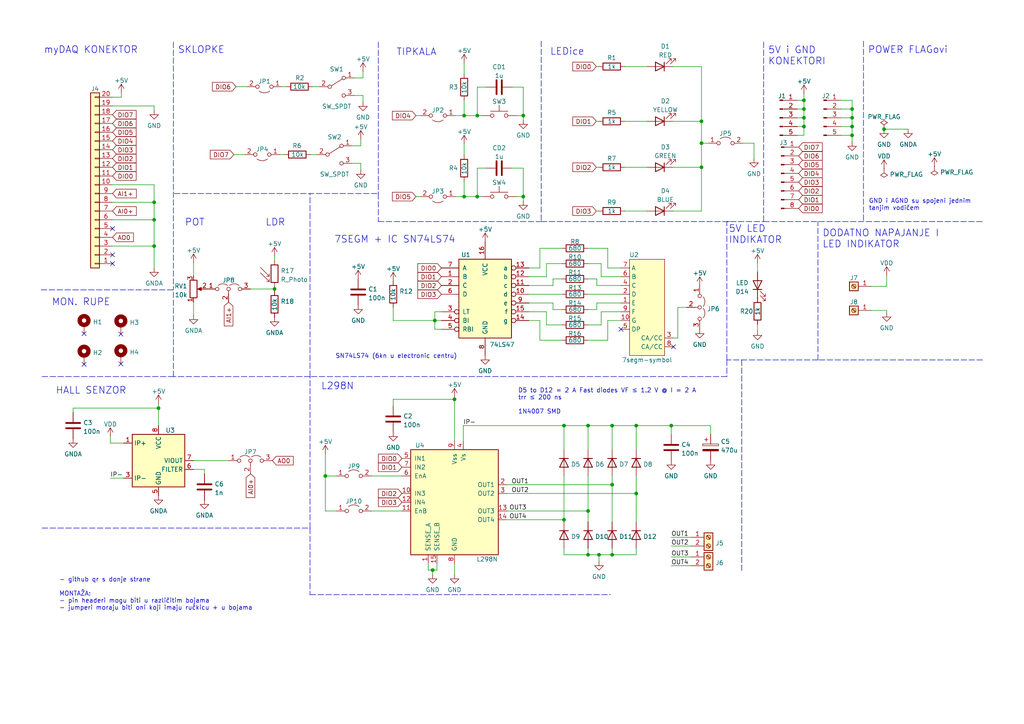
<source format=kicad_sch>
(kicad_sch (version 20211123) (generator eeschema)
  (paper "A4")
  (title_block (title "myDAQExpansionBoard") (date "2022-07-24") (rev "1") (company "TVZ"))
  (junction (at 45.974 118.364))
  (junction (at 177.546 160.909))
  (junction (at 170.561 148.209))
  (junction (at 177.546 140.589))
  (junction (at 131.826 115.824))
  (junction (at 233.172 31.623))
  (junction (at 170.561 160.909))
  (junction (at 170.561 123.444))
  (junction (at 163.576 150.749))
  (junction (at 233.172 29.083))
  (junction (at 184.531 143.129))
  (junction (at 247.142 39.243))
  (junction (at 203.454 41.529))
  (junction (at 247.142 36.703))
  (junction (at 138.43 33.528))
  (junction (at 151.765 57.023))
  (junction (at 125.476 165.354))
  (junction (at 173.736 160.909))
  (junction (at 151.765 33.528))
  (junction (at 94.361 138.049))
  (junction (at 138.43 57.023))
  (junction (at 177.546 123.444))
  (junction (at 79.629 83.82))
  (junction (at 203.454 35.179))
  (junction (at 233.172 36.703))
  (junction (at 203.454 48.514))
  (junction (at 184.531 123.444))
  (junction (at 247.142 34.163))
  (junction (at 256.413 37.465))
  (junction (at 44.704 58.674))
  (junction (at 126.111 92.964))
  (junction (at 44.704 63.754))
  (junction (at 44.704 71.374))
  (junction (at 134.62 33.528))
  (junction (at 163.576 123.444))
  (junction (at 247.142 31.623))
  (junction (at 134.62 57.023))
  (junction (at 194.691 123.444))
  (junction (at 233.172 34.163))
  (no_connect (at 180.086 95.504))
  (no_connect (at 32.639 73.914))
  (no_connect (at 32.639 66.294))
  (no_connect (at 32.639 76.454))
  (no_connect (at 195.326 100.584))
  (no_connect (at 35.052 105.537))
  (no_connect (at 24.384 96.774))
  (no_connect (at 24.384 105.664))
  (no_connect (at 35.052 96.901))
  (wire (pts (xy 114.046 115.824) (xy 114.046 117.729)))
  (wire (pts (xy 44.704 71.374) (xy 44.704 63.754)))
  (wire (pts (xy 203.454 48.514) (xy 203.454 41.529)))
  (wire (pts (xy 132.08 33.528) (xy 134.62 33.528)))
  (wire (pts (xy 149.86 33.528) (xy 151.765 33.528)))
  (wire (pts (xy 218.694 41.529) (xy 215.519 41.529)))
  (wire (pts (xy 148.59 48.768) (xy 151.765 48.768)))
  (wire (pts (xy 94.361 148.209) (xy 97.536 148.209)))
  (wire (pts (xy 120.65 33.528) (xy 121.92 33.528)))
  (wire (pts (xy 243.967 36.703) (xy 247.142 36.703)))
  (wire (pts (xy 56.134 87.63) (xy 56.134 91.44)))
  (wire (pts (xy 172.974 19.304) (xy 173.609 19.304)))
  (wire (pts (xy 56.134 133.604) (xy 66.294 133.604)))
  (wire (pts (xy 68.453 25.146) (xy 71.628 25.146)))
  (polyline (pts (xy 50.292 109.22) (xy 50.292 84.074)))
  (wire (pts (xy 126.111 92.964) (xy 114.046 92.964)))
  (polyline (pts (xy 109.728 12.192) (xy 109.728 56.134)))
  (wire (pts (xy 205.359 41.529) (xy 203.454 41.529)))
  (wire (pts (xy 151.765 48.768) (xy 151.765 57.023)))
  (wire (pts (xy 32.639 28.194) (xy 35.179 28.194)))
  (polyline (pts (xy 210.82 64.262) (xy 211.582 64.262)))
  (polyline (pts (xy 89.916 109.22) (xy 89.916 56.134)))
  (wire (pts (xy 120.65 57.023) (xy 121.92 57.023)))
  (wire (pts (xy 173.101 87.884) (xy 173.101 89.789)))
  (wire (pts (xy 90.043 44.831) (xy 91.948 44.831)))
  (wire (pts (xy 170.561 85.344) (xy 180.086 85.344)))
  (wire (pts (xy 203.454 41.529) (xy 203.454 35.179)))
  (wire (pts (xy 156.591 92.964) (xy 153.416 92.964)))
  (wire (pts (xy 233.172 29.083) (xy 233.172 31.623)))
  (wire (pts (xy 172.974 35.179) (xy 173.609 35.179)))
  (polyline (pts (xy 237.236 104.394) (xy 237.236 64.262)))
  (polyline (pts (xy 237.236 104.394) (xy 210.82 104.394)))
  (wire (pts (xy 81.153 44.831) (xy 82.423 44.831)))
  (polyline (pts (xy 50.546 56.134) (xy 109.728 56.134)))
  (wire (pts (xy 162.941 98.679) (xy 156.591 98.679)))
  (wire (pts (xy 158.496 76.454) (xy 158.496 80.264)))
  (wire (pts (xy 163.576 150.749) (xy 163.576 151.384)))
  (wire (pts (xy 160.401 89.789) (xy 160.401 87.884)))
  (wire (pts (xy 138.43 33.528) (xy 139.7 33.528)))
  (wire (pts (xy 44.704 30.734) (xy 44.704 32.004)))
  (wire (pts (xy 181.229 61.214) (xy 187.579 61.214)))
  (wire (pts (xy 194.691 123.444) (xy 206.121 123.444)))
  (wire (pts (xy 32.639 53.594) (xy 44.704 53.594)))
  (wire (pts (xy 194.691 155.829) (xy 200.406 155.829)))
  (wire (pts (xy 126.111 90.424) (xy 126.111 92.964)))
  (wire (pts (xy 125.476 165.354) (xy 125.476 166.624)))
  (wire (pts (xy 256.413 37.465) (xy 263.398 37.465)))
  (wire (pts (xy 199.136 89.154) (xy 196.596 89.154)))
  (wire (pts (xy 184.531 143.129) (xy 184.531 151.384)))
  (wire (pts (xy 162.941 76.454) (xy 158.496 76.454)))
  (polyline (pts (xy 250.444 11.938) (xy 250.444 64.262)))
  (wire (pts (xy 177.546 123.444) (xy 184.531 123.444)))
  (wire (pts (xy 32.639 63.754) (xy 44.704 63.754)))
  (wire (pts (xy 138.43 48.768) (xy 138.43 57.023)))
  (wire (pts (xy 194.691 161.544) (xy 200.406 161.544)))
  (wire (pts (xy 105.283 29.591) (xy 105.283 27.686)))
  (wire (pts (xy 160.401 87.884) (xy 153.416 87.884)))
  (polyline (pts (xy 12.192 109.22) (xy 50.292 109.22)))
  (wire (pts (xy 176.276 72.009) (xy 170.561 72.009)))
  (wire (pts (xy 194.691 164.084) (xy 200.406 164.084)))
  (wire (pts (xy 177.546 159.004) (xy 177.546 160.909)))
  (wire (pts (xy 170.561 130.429) (xy 170.561 123.444)))
  (wire (pts (xy 170.561 123.444) (xy 177.546 123.444)))
  (wire (pts (xy 134.62 41.783) (xy 134.62 44.958)))
  (wire (pts (xy 105.283 27.686) (xy 102.743 27.686)))
  (wire (pts (xy 44.704 58.674) (xy 44.704 53.594)))
  (wire (pts (xy 156.591 72.009) (xy 156.591 77.724)))
  (wire (pts (xy 59.309 136.144) (xy 59.309 137.414)))
  (wire (pts (xy 233.172 36.703) (xy 233.172 39.243)))
  (wire (pts (xy 163.576 138.049) (xy 163.576 150.749)))
  (polyline (pts (xy 156.972 11.938) (xy 156.972 64.262)))
  (wire (pts (xy 147.066 148.209) (xy 170.561 148.209)))
  (wire (pts (xy 243.967 34.163) (xy 247.142 34.163)))
  (wire (pts (xy 231.267 29.083) (xy 233.172 29.083)))
  (wire (pts (xy 21.209 118.364) (xy 45.974 118.364)))
  (wire (pts (xy 181.229 19.304) (xy 187.579 19.304)))
  (wire (pts (xy 151.765 58.293) (xy 151.765 57.023)))
  (wire (pts (xy 138.43 48.768) (xy 140.97 48.768)))
  (wire (pts (xy 45.974 118.364) (xy 45.974 123.444)))
  (wire (pts (xy 180.086 82.804) (xy 173.101 82.804)))
  (wire (pts (xy 148.59 25.273) (xy 151.765 25.273)))
  (wire (pts (xy 247.142 41.148) (xy 247.142 39.243)))
  (wire (pts (xy 44.704 63.754) (xy 44.704 58.674)))
  (wire (pts (xy 132.08 57.023) (xy 134.62 57.023)))
  (wire (pts (xy 163.576 160.909) (xy 170.561 160.909)))
  (wire (pts (xy 134.62 57.023) (xy 138.43 57.023)))
  (polyline (pts (xy 210.82 104.394) (xy 210.82 64.262)))
  (polyline (pts (xy 284.988 104.394) (xy 237.236 104.394)))
  (wire (pts (xy 32.004 128.524) (xy 32.004 126.619)))
  (wire (pts (xy 174.371 94.234) (xy 170.561 94.234)))
  (wire (pts (xy 131.826 115.189) (xy 131.826 115.824)))
  (wire (pts (xy 134.366 123.444) (xy 163.576 123.444)))
  (wire (pts (xy 173.101 82.804) (xy 173.101 80.899)))
  (wire (pts (xy 184.531 160.909) (xy 184.531 159.004)))
  (wire (pts (xy 243.967 31.623) (xy 247.142 31.623)))
  (wire (pts (xy 180.086 80.264) (xy 174.371 80.264)))
  (polyline (pts (xy 89.916 109.22) (xy 50.292 109.22)))
  (wire (pts (xy 231.267 31.623) (xy 233.172 31.623)))
  (polyline (pts (xy 109.728 56.134) (xy 109.728 64.262)))
  (wire (pts (xy 233.172 31.623) (xy 233.172 34.163)))
  (wire (pts (xy 147.066 150.749) (xy 163.576 150.749)))
  (wire (pts (xy 257.175 83.058) (xy 257.175 79.883)))
  (wire (pts (xy 114.046 89.154) (xy 114.046 92.964)))
  (wire (pts (xy 138.43 25.273) (xy 140.97 25.273)))
  (polyline (pts (xy 109.728 64.262) (xy 156.972 64.262)))
  (wire (pts (xy 162.941 94.234) (xy 158.496 94.234)))
  (wire (pts (xy 153.416 85.344) (xy 162.941 85.344)))
  (wire (pts (xy 79.629 74.295) (xy 79.629 75.565)))
  (wire (pts (xy 231.267 34.163) (xy 233.172 34.163)))
  (wire (pts (xy 170.561 138.049) (xy 170.561 148.209)))
  (wire (pts (xy 203.454 61.214) (xy 203.454 48.514)))
  (wire (pts (xy 107.696 138.049) (xy 116.586 138.049)))
  (wire (pts (xy 233.172 27.178) (xy 233.172 29.083)))
  (wire (pts (xy 196.596 89.154) (xy 196.596 98.044)))
  (wire (pts (xy 151.765 33.528) (xy 151.765 34.798)))
  (wire (pts (xy 158.496 90.424) (xy 153.416 90.424)))
  (wire (pts (xy 94.361 138.049) (xy 97.536 138.049)))
  (wire (pts (xy 138.43 25.273) (xy 138.43 33.528)))
  (wire (pts (xy 160.401 82.804) (xy 153.416 82.804)))
  (polyline (pts (xy 210.82 104.394) (xy 210.82 109.22)))
  (wire (pts (xy 134.62 33.528) (xy 138.43 33.528)))
  (wire (pts (xy 35.814 128.524) (xy 32.004 128.524)))
  (wire (pts (xy 172.974 61.214) (xy 173.609 61.214)))
  (wire (pts (xy 247.142 39.243) (xy 247.142 36.703)))
  (wire (pts (xy 195.199 35.179) (xy 203.454 35.179)))
  (wire (pts (xy 257.175 90.043) (xy 257.175 90.678)))
  (wire (pts (xy 177.546 151.384) (xy 177.546 140.589)))
  (wire (pts (xy 173.101 80.899) (xy 170.561 80.899)))
  (wire (pts (xy 67.818 44.831) (xy 70.993 44.831)))
  (wire (pts (xy 180.086 77.724) (xy 176.276 77.724)))
  (wire (pts (xy 173.736 160.909) (xy 177.546 160.909)))
  (polyline (pts (xy 12.192 153.162) (xy 89.916 153.162)))
  (wire (pts (xy 194.691 158.369) (xy 200.406 158.369)))
  (wire (pts (xy 126.111 95.504) (xy 126.111 92.964)))
  (polyline (pts (xy 89.916 172.466) (xy 177.038 172.466)))
  (wire (pts (xy 134.62 57.023) (xy 134.62 52.578)))
  (wire (pts (xy 32.639 71.374) (xy 44.704 71.374)))
  (wire (pts (xy 102.743 22.606) (xy 105.283 22.606)))
  (polyline (pts (xy 89.916 153.162) (xy 89.916 172.466)))
  (wire (pts (xy 173.101 89.789) (xy 170.561 89.789)))
  (wire (pts (xy 79.629 83.185) (xy 79.629 83.82)))
  (polyline (pts (xy 221.488 12.192) (xy 221.488 64.262)))
  (wire (pts (xy 126.111 92.964) (xy 128.016 92.964)))
  (polyline (pts (xy 221.488 64.262) (xy 284.988 64.262)))
  (wire (pts (xy 156.591 98.679) (xy 156.591 92.964)))
  (wire (pts (xy 163.576 130.429) (xy 163.576 123.444)))
  (wire (pts (xy 177.546 140.589) (xy 177.546 138.049)))
  (wire (pts (xy 163.576 123.444) (xy 170.561 123.444)))
  (wire (pts (xy 32.639 58.674) (xy 44.704 58.674)))
  (wire (pts (xy 158.496 80.264) (xy 153.416 80.264)))
  (wire (pts (xy 219.71 76.327) (xy 219.71 78.867)))
  (wire (pts (xy 252.73 90.043) (xy 257.175 90.043)))
  (wire (pts (xy 124.206 163.449) (xy 124.206 165.354)))
  (polyline (pts (xy 50.292 12.192) (xy 50.292 84.074)))
  (wire (pts (xy 151.765 25.273) (xy 151.765 33.528)))
  (wire (pts (xy 231.267 36.703) (xy 233.172 36.703)))
  (wire (pts (xy 56.134 80.01) (xy 56.134 76.2)))
  (wire (pts (xy 176.276 77.724) (xy 176.276 72.009)))
  (wire (pts (xy 134.62 33.528) (xy 134.62 29.083)))
  (wire (pts (xy 174.371 76.454) (xy 170.561 76.454)))
  (wire (pts (xy 174.371 90.424) (xy 174.371 94.234)))
  (wire (pts (xy 195.199 48.514) (xy 203.454 48.514)))
  (wire (pts (xy 131.826 163.449) (xy 131.826 166.624)))
  (wire (pts (xy 233.172 39.243) (xy 231.267 39.243)))
  (wire (pts (xy 138.43 57.023) (xy 139.7 57.023)))
  (wire (pts (xy 243.967 39.243) (xy 247.142 39.243)))
  (wire (pts (xy 128.016 90.424) (xy 126.111 90.424)))
  (wire (pts (xy 72.644 83.82) (xy 79.629 83.82)))
  (wire (pts (xy 247.142 34.163) (xy 247.142 31.623)))
  (wire (pts (xy 174.371 80.264) (xy 174.371 76.454)))
  (polyline (pts (xy 210.82 109.22) (xy 89.916 109.22)))
  (wire (pts (xy 125.476 165.354) (xy 126.746 165.354)))
  (wire (pts (xy 170.561 148.209) (xy 170.561 151.384)))
  (wire (pts (xy 156.591 77.724) (xy 153.416 77.724)))
  (wire (pts (xy 184.531 123.444) (xy 184.531 130.429)))
  (polyline (pts (xy 215.138 104.394) (xy 215.138 165.862)))
  (wire (pts (xy 32.004 138.684) (xy 35.814 138.684)))
  (wire (pts (xy 134.62 18.288) (xy 134.62 21.463)))
  (polyline (pts (xy 156.972 64.262) (xy 221.488 64.262)))
  (wire (pts (xy 147.066 140.589) (xy 177.546 140.589)))
  (wire (pts (xy 158.496 94.234) (xy 158.496 90.424)))
  (wire (pts (xy 184.531 143.129) (xy 147.066 143.129)))
  (wire (pts (xy 131.826 115.824) (xy 131.826 127.889)))
  (wire (pts (xy 180.086 92.964) (xy 176.276 92.964)))
  (wire (pts (xy 206.121 125.984) (xy 206.121 123.444)))
  (wire (pts (xy 181.229 48.514) (xy 187.579 48.514)))
  (wire (pts (xy 233.172 34.163) (xy 233.172 36.703)))
  (wire (pts (xy 126.746 165.354) (xy 126.746 163.449)))
  (wire (pts (xy 177.546 123.444) (xy 177.546 130.429)))
  (wire (pts (xy 104.648 49.276) (xy 104.648 47.371)))
  (wire (pts (xy 94.361 138.049) (xy 94.361 148.209)))
  (wire (pts (xy 94.361 131.699) (xy 94.361 138.049)))
  (wire (pts (xy 102.108 42.291) (xy 104.648 42.291)))
  (wire (pts (xy 35.179 28.194) (xy 35.179 26.924)))
  (wire (pts (xy 44.704 77.724) (xy 44.704 71.374)))
  (wire (pts (xy 195.199 61.214) (xy 203.454 61.214)))
  (wire (pts (xy 247.142 36.703) (xy 247.142 34.163)))
  (wire (pts (xy 219.71 94.107) (xy 219.71 96.012)))
  (polyline (pts (xy 89.916 153.162) (xy 89.916 109.22)))
  (wire (pts (xy 180.086 90.424) (xy 174.371 90.424)))
  (wire (pts (xy 247.142 29.083) (xy 243.967 29.083)))
  (wire (pts (xy 180.086 87.884) (xy 173.101 87.884)))
  (wire (pts (xy 21.209 119.634) (xy 21.209 118.364)))
  (wire (pts (xy 124.206 165.354) (xy 125.476 165.354)))
  (wire (pts (xy 105.283 22.606) (xy 105.283 20.701)))
  (wire (pts (xy 162.941 89.789) (xy 160.401 89.789)))
  (wire (pts (xy 218.694 45.974) (xy 218.694 41.529)))
  (wire (pts (xy 203.454 35.179) (xy 203.454 19.304)))
  (wire (pts (xy 176.276 92.964) (xy 176.276 98.679)))
  (wire (pts (xy 176.276 98.679) (xy 170.561 98.679)))
  (wire (pts (xy 252.73 83.058) (xy 257.175 83.058)))
  (wire (pts (xy 81.788 25.146) (xy 83.058 25.146)))
  (wire (pts (xy 184.531 123.444) (xy 194.691 123.444)))
  (wire (pts (xy 170.561 160.909) (xy 173.736 160.909)))
  (wire (pts (xy 162.941 80.899) (xy 160.401 80.899)))
  (wire (pts (xy 128.016 95.504) (xy 126.111 95.504)))
  (wire (pts (xy 44.704 30.734) (xy 32.639 30.734)))
  (wire (pts (xy 104.648 42.291) (xy 104.648 40.386)))
  (wire (pts (xy 195.326 98.044) (xy 196.596 98.044)))
  (wire (pts (xy 56.134 136.144) (xy 59.309 136.144)))
  (wire (pts (xy 163.576 159.004) (xy 163.576 160.909)))
  (wire (pts (xy 134.366 123.444) (xy 134.366 127.889)))
  (wire (pts (xy 45.974 117.094) (xy 45.974 118.364)))
  (wire (pts (xy 184.531 138.049) (xy 184.531 143.129)))
  (wire (pts (xy 160.401 80.899) (xy 160.401 82.804)))
  (wire (pts (xy 104.648 47.371) (xy 102.108 47.371)))
  (wire (pts (xy 203.454 19.304) (xy 195.199 19.304)))
  (wire (pts (xy 172.974 48.514) (xy 173.609 48.514)))
  (wire (pts (xy 90.678 25.146) (xy 92.583 25.146)))
  (wire (pts (xy 107.696 148.209) (xy 116.586 148.209)))
  (polyline (pts (xy 11.938 84.074) (xy 50.292 84.074)))
  (wire (pts (xy 181.229 35.179) (xy 187.579 35.179)))
  (wire (pts (xy 131.826 115.824) (xy 114.046 115.824)))
  (wire (pts (xy 162.941 72.009) (xy 156.591 72.009)))
  (wire (pts (xy 170.561 159.004) (xy 170.561 160.909)))
  (wire (pts (xy 173.736 160.909) (xy 173.736 162.814)))
  (wire (pts (xy 247.142 31.623) (xy 247.142 29.083)))
  (wire (pts (xy 79.629 83.82) (xy 79.629 84.455)))
  (wire (pts (xy 194.691 125.984) (xy 194.691 123.444)))
  (wire (pts (xy 149.86 57.023) (xy 151.765 57.023)))
  (wire (pts (xy 177.546 160.909) (xy 184.531 160.909)))
  (text "myDAQ KONEKTOR" (at 12.7 15.748 0) (effects (font (size 2 2)) (justify left bottom)))
  (text "LEDice" (at 159.512 16.256 0) (effects (font (size 2 2)) (justify left bottom)))
  (text "5V LED\nINDIKATOR" (at 211.328 70.866 0) (effects (font (size 2 2)) (justify left bottom)))
  (text "SN74LS74 (6kn u electronic centru)" (at 97.282 104.14 0) (effects (font (size 1.27 1.27)) (justify left bottom)))
  (text "D5 to D12 = 2 A Fast diodes VF ≤ 1.2 V @ I = 2 A\ntrr ≤ 200 ns\n\n1N4007 SMD" (at 150.241 120.269 0) (effects (font (size 1.27 1.27)) (justify left bottom)))
  (text "5V i GND\nKONEKTORI" (at 222.758 19.05 0) (effects (font (size 2 2)) (justify left bottom)))
  (text "7SEGM + IC SN74LS74" (at 96.901 70.739 0) (effects (font (size 2 2)) (justify left bottom)))
  (text "POT" (at 53.594 65.786 0) (effects (font (size 2 2)) (justify left bottom)))
  (text "HALL SENZOR" (at 16.129 114.554 0) (effects (font (size 2 2)) (justify left bottom)))
  (text "POWER FLAGovi" (at 251.714 15.748 0) (effects (font (size 2 2)) (justify left bottom)))
  (text "L298N" (at 93.091 113.284 0) (effects (font (size 2 2)) (justify left bottom)))
  (text "- github qr s donje strane\n\nMONTAŽA:\n- pin headeri mogu biti u različitim bojama\n- jumperi moraju biti oni koji imaju ručkicu + u bojama" (at 17.145 177.165 0) (effects (font (size 1.27 1.27)) (justify left bottom)))
  (text "MON. RUPE" (at 14.986 88.9 0) (effects (font (size 2 2)) (justify left bottom)))
  (text "TIPKALA" (at 114.935 16.383 0) (effects (font (size 2 2)) (justify left bottom)))
  (text "SKLOPKE" (at 51.562 15.748 0) (effects (font (size 2 2)) (justify left bottom)))
  (text "DODATNO NAPAJANJE I \nLED INDIKATOR" (at 238.506 72.136 0) (effects (font (size 2 2)) (justify left bottom)))
  (text "GND i AGND su spojeni jednim\ntanjim vodičem" (at 251.968 61.214 0) (effects (font (size 1.27 1.27)) (justify left bottom)))
  (text "LDR" (at 76.962 65.786 0) (effects (font (size 2 2)) (justify left bottom)))
  (label "OUT3" (at 147.701 148.209 0))
  (label "OUT1" (at 148.336 140.589 0))
  (label "IP-" (at 134.366 123.444 0))
  (label "IP-" (at 32.004 138.684 0))
  (label "OUT4" (at 194.691 164.084 0))
  (label "OUT2" (at 148.336 143.129 0))
  (label "OUT2" (at 194.691 158.369 0))
  (label "OUT1" (at 194.691 155.829 0))
  (label "OUT3" (at 194.691 161.544 0))
  (label "OUT4" (at 147.701 150.749 0))
  (global_label "DIO5" (shape input) (at 120.65 57.023 180) (property "Intersheet References" "${INTERSHEET_REFS}" (effects hide)))
  (global_label "DIO1" (shape input) (at 116.586 135.509 180) (property "Intersheet References" "${INTERSHEET_REFS}" (effects hide)))
  (global_label "DIO3" (shape input) (at 116.586 145.669 180) (property "Intersheet References" "${INTERSHEET_REFS}" (effects hide)))
  (global_label "DIO3" (shape input) (at 128.016 85.344 180) (property "Intersheet References" "${INTERSHEET_REFS}" (effects hide)))
  (global_label "DIO0" (shape input) (at 116.586 132.969 180) (property "Intersheet References" "${INTERSHEET_REFS}" (effects hide)))
  (global_label "DIO3" (shape input) (at 172.974 61.214 180) (property "Intersheet References" "${INTERSHEET_REFS}" (effects hide)))
  (global_label "DIO1" (shape input) (at 128.016 80.264 180) (property "Intersheet References" "${INTERSHEET_REFS}" (effects hide)))
  (global_label "AI1+" (shape input) (at 32.639 56.134 0) (property "Intersheet References" "${INTERSHEET_REFS}" (effects hide)))
  (global_label "AI0+" (shape input) (at 32.639 61.214 0) (property "Intersheet References" "${INTERSHEET_REFS}" (effects hide)))
  (global_label "DIO1" (shape input) (at 172.974 35.179 180) (property "Intersheet References" "${INTERSHEET_REFS}" (effects hide)))
  (global_label "DIO7" (shape input) (at 231.648 42.672 0) (property "Intersheet References" "${INTERSHEET_REFS}" (effects hide)))
  (global_label "DIO2" (shape input) (at 231.648 55.372 0) (property "Intersheet References" "${INTERSHEET_REFS}" (effects hide)))
  (global_label "DIO4" (shape input) (at 120.65 33.528 180) (property "Intersheet References" "${INTERSHEET_REFS}" (effects hide)))
  (global_label "AI0+" (shape input) (at 72.644 137.414 270) (property "Intersheet References" "${INTERSHEET_REFS}" (effects hide)))
  (global_label "DIO0" (shape input) (at 231.648 60.452 0) (property "Intersheet References" "${INTERSHEET_REFS}" (effects hide)))
  (global_label "DIO2" (shape input) (at 172.974 48.514 180) (property "Intersheet References" "${INTERSHEET_REFS}" (effects hide)))
  (global_label "DIO4" (shape input) (at 231.648 50.292 0) (property "Intersheet References" "${INTERSHEET_REFS}" (effects hide)))
  (global_label "DIO4" (shape input) (at 32.639 40.894 0) (property "Intersheet References" "${INTERSHEET_REFS}" (effects hide)))
  (global_label "AI1+" (shape input) (at 66.294 87.63 270) (property "Intersheet References" "${INTERSHEET_REFS}" (effects hide)))
  (global_label "DIO3" (shape input) (at 32.639 43.434 0) (property "Intersheet References" "${INTERSHEET_REFS}" (effects hide)))
  (global_label "DIO1" (shape input) (at 231.648 57.912 0) (property "Intersheet References" "${INTERSHEET_REFS}" (effects hide)))
  (global_label "DIO6" (shape input) (at 68.453 25.146 180) (property "Intersheet References" "${INTERSHEET_REFS}" (effects hide)))
  (global_label "DIO5" (shape input) (at 32.639 38.354 0) (property "Intersheet References" "${INTERSHEET_REFS}" (effects hide)))
  (global_label "DIO2" (shape input) (at 32.639 45.974 0) (property "Intersheet References" "${INTERSHEET_REFS}" (effects hide)))
  (global_label "DIO0" (shape input) (at 32.639 51.054 0) (property "Intersheet References" "${INTERSHEET_REFS}" (effects hide)))
  (global_label "DIO0" (shape input) (at 128.016 77.724 180) (property "Intersheet References" "${INTERSHEET_REFS}" (effects hide)))
  (global_label "DIO7" (shape input) (at 67.818 44.831 180) (property "Intersheet References" "${INTERSHEET_REFS}" (effects hide)))
  (global_label "AO0" (shape input) (at 32.639 68.834 0) (property "Intersheet References" "${INTERSHEET_REFS}" (effects hide)))
  (global_label "DIO1" (shape input) (at 32.639 48.514 0) (property "Intersheet References" "${INTERSHEET_REFS}" (effects hide)))
  (global_label "DIO0" (shape input) (at 172.974 19.304 180) (property "Intersheet References" "${INTERSHEET_REFS}" (effects hide)))
  (global_label "DIO7" (shape input) (at 32.639 33.274 0) (property "Intersheet References" "${INTERSHEET_REFS}" (effects hide)))
  (global_label "AO0" (shape input) (at 78.994 133.604 0) (property "Intersheet References" "${INTERSHEET_REFS}" (effects hide)))
  (global_label "DIO6" (shape input) (at 32.639 35.814 0) (property "Intersheet References" "${INTERSHEET_REFS}" (effects hide)))
  (global_label "DIO5" (shape input) (at 231.648 47.752 0) (property "Intersheet References" "${INTERSHEET_REFS}" (effects hide)))
  (global_label "DIO6" (shape input) (at 231.648 45.212 0) (property "Intersheet References" "${INTERSHEET_REFS}" (effects hide)))
  (global_label "DIO2" (shape input) (at 116.586 143.129 180) (property "Intersheet References" "${INTERSHEET_REFS}" (effects hide)))
  (global_label "DIO2" (shape input) (at 128.016 82.804 180) (property "Intersheet References" "${INTERSHEET_REFS}" (effects hide)))
  (global_label "DIO3" (shape input) (at 231.648 52.832 0) (property "Intersheet References" "${INTERSHEET_REFS}" (effects hide)))
  (symbol (lib_id "Mechanical:MountingHole_Pad") (at 35.052 102.997 0) (unit 1)
    (property "Reference" "H4" (at 37.592 102.1608 0) (effects (justify left)))
    (property "Value" "MountingHole_Pad" (effects hide))
    (property "Footprint" "MountingHole:MountingHole_3.2mm_M3_ISO7380_Pad" (effects hide))
  )
  (symbol (lib_id "Device:R") (at 177.419 48.514 90) (unit 1)
    (property "Reference" "R7" (at 177.419 45.974 90))
    (property "Value" "1k" (at 177.419 48.514 90))
    (property "Footprint" "Resistor_SMD:R_0603_1608Metric" (effects hide))
  )
  (symbol (lib_id "Device:LED") (at 191.389 19.304 180) (unit 1)
    (property "Reference" "D1" (at 192.9765 13.4452 0))
    (property "Value" "RED" (at 192.9765 15.9821 0))
    (property "Footprint" "LED_THT:LED_D5.0mm" (effects hide))
  )
  (symbol (lib_id "power:+5V") (at 202.946 82.804 0) (unit 1)
    (property "Reference" "#PWR020" (effects hide))
    (property "Value" "+5V" (at 202.946 79.2282 0))
  )
  (symbol (lib_id "Device:R") (at 134.62 25.273 0) (unit 1)
    (property "Reference" "R3" (at 130.175 25.273 0) (effects (justify left)))
    (property "Value" "10k" (at 134.62 27.178 90) (effects (justify left)))
    (property "Footprint" "Resistor_SMD:R_0603_1608Metric" (effects hide))
  )
  (symbol (lib_id "74xx:74LS47") (at 140.716 85.344 0) (unit 1)
    (property "Reference" "U1" (at 133.731 73.914 0) (effects (justify left)))
    (property "Value" "74LS47" (at 141.986 99.949 0) (effects (justify left)))
    (property "Footprint" "Package_DIP:DIP-16_W7.62mm" (effects hide))
    (property "Datasheet" "http://www.ti.com/lit/gpn/sn74LS47" (effects hide))
  )
  (symbol (lib_id "Symbols:7segm-symbol") (at 187.706 87.884 0) (unit 1)
    (property "Reference" "U2" (at 183.896 73.914 0))
    (property "Value" "7segm-symbol" (at 187.706 104.394 0))
    (property "Footprint" "Library:7segm-SA52" (effects hide))
  )
  (symbol (lib_id "Device:LED") (at 191.389 48.514 180) (unit 1)
    (property "Reference" "D3" (at 192.9765 42.6552 0))
    (property "Value" "GREEN" (at 192.9765 45.1921 0))
    (property "Footprint" "LED_THT:LED_D5.0mm" (effects hide))
  )
  (symbol (lib_id "Device:R") (at 177.419 61.214 90) (unit 1)
    (property "Reference" "R9" (at 177.419 58.674 90))
    (property "Value" "1k" (at 177.419 61.214 90))
    (property "Footprint" "Resistor_SMD:R_0603_1608Metric" (effects hide))
  )
  (symbol (lib_id "Diode:1N4007") (at 184.531 155.194 270) (unit 1)
    (property "Reference" "D12" (at 186.563 155.6278 90) (effects (justify left)))
    (property "Value" "1N4007" (effects hide))
    (property "Footprint" "Diode_SMD:D_SMA" (effects hide))
    (property "Datasheet" "http://www.vishay.com/docs/88503/1n4001.pdf" (effects hide))
  )
  (symbol (lib_id "Device:C") (at 144.78 48.768 90) (unit 1)
    (property "Reference" "CD2" (at 144.78 42.9092 90))
    (property "Value" "1u" (at 144.78 45.4461 90))
    (property "Footprint" "Capacitor_SMD:C_0805_2012Metric" (effects hide))
  )
  (symbol (lib_id "Jumper:Jumper_3_Open") (at 66.294 83.82 0) (unit 1)
    (property "Reference" "JP8" (at 66.294 81.285 0))
    (property "Value" "Jumper_3_Open" (effects hide))
    (property "Footprint" "Library:PinHeader_1x03_P2.54mm_Vertical_jumper" (effects hide))
  )
  (symbol (lib_id "Diode:1N4007") (at 163.576 134.239 270) (unit 1)
    (property "Reference" "D5" (at 165.608 134.6728 90) (effects (justify left)))
    (property "Value" "1N4007" (effects hide))
    (property "Footprint" "Diode_SMD:D_SMA" (effects hide))
    (property "Datasheet" "http://www.vishay.com/docs/88503/1n4001.pdf" (effects hide))
  )
  (symbol (lib_id "Sensor_Current:ACS712xLCTR-05B") (at 45.974 133.604 0) (unit 1)
    (property "Reference" "U3" (at 47.9934 124.8212 0) (effects (justify left)))
    (property "Value" "ACS712xLCTR-05B" (effects hide))
    (property "Footprint" "Package_SO:SOIC-8_3.9x4.9mm_P1.27mm" (effects hide))
    (property "Datasheet" "http://www.allegromicro.com/~/media/Files/Datasheets/ACS712-Datasheet.ashx?la=en" (effects hide))
  )
  (symbol (lib_id "Connector:Screw_Terminal_01x01") (at 247.65 90.043 180) (unit 1)
    (property "Reference" "J8" (at 247.65 87.6102 0))
    (property "Value" "Screw_Terminal_01x01" (effects hide))
    (property "Footprint" "Library:DELTRON 4mm banana socket - black" (effects hide))
  )
  (symbol (lib_id "Device:R") (at 166.751 72.009 90) (unit 1)
    (property "Reference" "R8" (at 166.751 70.104 90))
    (property "Value" "680" (at 166.751 72.009 90))
    (property "Footprint" "Resistor_SMD:R_0603_1608Metric" (effects hide))
  )
  (symbol (lib_id "Device:R") (at 134.62 48.768 0) (unit 1)
    (property "Reference" "R4" (at 130.175 48.768 0) (effects (justify left)))
    (property "Value" "10k" (at 134.62 50.673 90) (effects (justify left)))
    (property "Footprint" "Resistor_SMD:R_0603_1608Metric" (effects hide))
  )
  (symbol (lib_id "power:+5V") (at 35.179 26.924 0) (unit 1)
    (property "Reference" "#PWR010" (effects hide))
    (property "Value" "+5V" (at 35.179 23.3482 0))
  )
  (symbol (lib_id "Connector:Conn_01x05_Male") (at 238.887 34.163 0) (unit 1)
    (property "Reference" "J2" (at 239.522 27.844 0))
    (property "Value" "Conn_01x05_Male" (effects hide))
    (property "Footprint" "Connector_PinHeader_2.54mm:PinHeader_1x05_P2.54mm_Vertical" (effects hide))
  )
  (symbol (lib_id "power:GND") (at 103.886 88.519 0) (unit 1)
    (property "Reference" "#PWR021" (effects hide))
    (property "Value" "GND" (at 103.886 92.9624 0))
  )
  (symbol (lib_id "power:VDD") (at 256.413 48.895 0) (unit 1)
    (property "Reference" "#PWR09" (effects hide))
    (property "Value" "VDD" (at 256.413 45.3192 0))
  )
  (symbol (lib_id "Device:C") (at 59.309 141.224 0) (unit 1)
    (property "Reference" "C6" (at 62.23 140.3893 0) (effects (justify left)))
    (property "Value" "1n" (at 62.23 142.9262 0) (effects (justify left)))
    (property "Footprint" "Capacitor_SMD:C_0603_1608Metric" (effects hide))
  )
  (symbol (lib_id "Jumper:Jumper_2_Open") (at 76.708 25.146 180) (unit 1)
    (property "Reference" "JP1" (at 76.708 23.6022 0))
    (property "Value" "Jumper_2_Open" (effects hide))
    (property "Footprint" "Library:PinHeader_1x02_P2.54mm_jumper" (effects hide))
  )
  (symbol (lib_id "power:GND") (at 173.736 162.814 0) (unit 1)
    (property "Reference" "#PWR040" (effects hide))
    (property "Value" "GND" (at 173.736 167.2574 0))
  )
  (symbol (lib_id "Jumper:Jumper_2_Open") (at 210.439 41.529 0) (unit 1)
    (property "Reference" "JP5" (at 210.439 38.7152 0))
    (property "Value" "Jumper_2_Open" (effects hide))
    (property "Footprint" "Library:PinHeader_1x02_P2.54mm_jumper" (effects hide))
  )
  (symbol (lib_id "Device:R") (at 177.419 19.304 90) (unit 1)
    (property "Reference" "R1" (at 177.419 16.764 90))
    (property "Value" "1k" (at 177.419 19.304 90))
    (property "Footprint" "Resistor_SMD:R_0603_1608Metric" (effects hide))
  )
  (symbol (lib_id "power:+5V") (at 134.62 18.288 0) (unit 1)
    (property "Reference" "#PWR03" (effects hide))
    (property "Value" "+5V" (at 134.62 14.7122 0))
  )
  (symbol (lib_id "Jumper:Jumper_2_Open") (at 102.616 138.049 0) (unit 1)
    (property "Reference" "JP9" (at 102.616 135.2352 0))
    (property "Value" "Jumper_2_Open" (effects hide))
    (property "Footprint" "Library:PinHeader_1x02_P2.54mm_jumper" (effects hide))
  )
  (symbol (lib_id "power:+5V") (at 45.974 117.094 0) (unit 1)
    (property "Reference" "#PWR027" (effects hide))
    (property "Value" "+5V" (at 45.974 113.5182 0))
  )
  (symbol (lib_id "Device:R") (at 166.751 76.454 90) (unit 1)
    (property "Reference" "R10" (at 166.751 74.549 90))
    (property "Value" "680" (at 166.751 76.454 90))
    (property "Footprint" "Resistor_SMD:R_0603_1608Metric" (effects hide))
  )
  (symbol (lib_id "power:GND") (at 219.71 96.012 0) (unit 1)
    (property "Reference" "#PWR048" (effects hide))
    (property "Value" "GND" (at 219.71 100.4554 0))
  )
  (symbol (lib_id "power:GND") (at 114.046 125.349 0) (unit 1)
    (property "Reference" "#PWR030" (effects hide))
    (property "Value" "GND" (at 114.046 129.7924 0))
  )
  (symbol (lib_id "power:GND") (at 257.175 90.678 0) (unit 1)
    (property "Reference" "#PWR046" (effects hide))
    (property "Value" "GND" (at 257.175 95.1214 0))
  )
  (symbol (lib_id "power:GND") (at 206.121 133.604 0) (unit 1)
    (property "Reference" "#PWR035" (effects hide))
    (property "Value" "GND" (at 206.121 138.0474 0))
  )
  (symbol (lib_id "Mechanical:MountingHole_Pad") (at 24.384 94.234 0) (unit 1)
    (property "Reference" "H1" (at 26.924 93.3978 0) (effects (justify left)))
    (property "Value" "MountingHole_Pad" (effects hide))
    (property "Footprint" "MountingHole:MountingHole_3.2mm_M3_ISO7380_Pad" (effects hide))
  )
  (symbol (lib_id "Switch:SW_Push") (at 144.78 57.023 0) (unit 1)
    (property "Reference" "SW4" (at 144.78 52.9392 0))
    (property "Value" "SW_Push" (effects hide))
    (property "Footprint" "Library:Omron_B3F-12x12mm" (effects hide))
  )
  (symbol (lib_id "power:GND") (at 151.765 34.798 0) (unit 1)
    (property "Reference" "#PWR013" (effects hide))
    (property "Value" "GND" (at 151.765 39.2414 0))
  )
  (symbol (lib_id "power:GND") (at 202.946 95.504 0) (unit 1)
    (property "Reference" "#PWR022" (effects hide))
    (property "Value" "GND" (at 202.946 99.9474 0))
  )
  (symbol (lib_id "Mechanical:MountingHole_Pad") (at 24.384 103.124 0) (unit 1)
    (property "Reference" "H2" (at 26.924 102.2878 0) (effects (justify left)))
    (property "Value" "MountingHole_Pad" (effects hide))
    (property "Footprint" "MountingHole:MountingHole_3.2mm_M3_ISO7380_Pad" (effects hide))
  )
  (symbol (lib_id "power:GNDA") (at 263.398 37.465 0) (unit 1)
    (property "Reference" "#PWR02" (effects hide))
    (property "Value" "GNDA" (at 263.398 41.9084 0))
  )
  (symbol (lib_id "Jumper:Jumper_2_Open") (at 102.616 148.209 0) (unit 1)
    (property "Reference" "JP10" (at 102.616 145.3952 0))
    (property "Value" "Jumper_2_Open" (effects hide))
    (property "Footprint" "Library:PinHeader_1x02_P2.54mm_jumper" (effects hide))
  )
  (symbol (lib_id "Connector:Screw_Terminal_01x01") (at 247.65 83.058 180) (unit 1)
    (property "Reference" "J7" (at 247.65 80.6252 0))
    (property "Value" "Screw_Terminal_01x01" (effects hide))
    (property "Footprint" "Library:DELTRON 4mm banana socket - red" (effects hide))
  )
  (symbol (lib_id "Jumper:Jumper_2_Open") (at 76.073 44.831 180) (unit 1)
    (property "Reference" "JP4" (at 76.073 43.2872 0))
    (property "Value" "Jumper_2_Open" (effects hide))
    (property "Footprint" "Library:PinHeader_1x02_P2.54mm_jumper" (effects hide))
  )
  (symbol (lib_id "power:+5V") (at 140.716 70.104 0) (unit 1)
    (property "Reference" "#PWR017" (effects hide))
    (property "Value" "+5V" (at 140.716 66.5282 0))
  )
  (symbol (lib_id "power:+5V") (at 114.046 81.534 0) (unit 1)
    (property "Reference" "#PWR019" (effects hide))
    (property "Value" "+5V" (at 114.046 77.9582 0))
  )
  (symbol (lib_id "Diode:1N4007") (at 184.531 134.239 270) (unit 1)
    (property "Reference" "D8" (at 186.563 134.6728 90) (effects (justify left)))
    (property "Value" "1N4007" (effects hide))
    (property "Footprint" "Diode_SMD:D_SMA" (effects hide))
    (property "Datasheet" "http://www.vishay.com/docs/88503/1n4001.pdf" (effects hide))
  )
  (symbol (lib_id "Switch:SW_SPDT") (at 97.663 25.146 0) (unit 1)
    (property "Reference" "SW1" (at 97.663 20.066 0))
    (property "Value" "SW_SPDT" (at 97.663 30.861 0))
    (property "Footprint" "Library:we01014042" (effects hide))
  )
  (symbol (lib_id "Device:R") (at 166.751 80.899 90) (unit 1)
    (property "Reference" "R11" (at 166.751 78.994 90))
    (property "Value" "680" (at 166.751 80.899 90))
    (property "Footprint" "Resistor_SMD:R_0603_1608Metric" (effects hide))
  )
  (symbol (lib_id "Diode:1N4007") (at 163.576 155.194 270) (unit 1)
    (property "Reference" "D9" (at 165.608 155.6278 90) (effects (justify left)))
    (property "Value" "1N4007" (effects hide))
    (property "Footprint" "Diode_SMD:D_SMA" (effects hide))
    (property "Datasheet" "http://www.vishay.com/docs/88503/1n4001.pdf" (effects hide))
  )
  (symbol (lib_id "power:GND") (at 218.694 45.974 0) (unit 1)
    (property "Reference" "#PWR016" (effects hide))
    (property "Value" "GND" (at 218.694 50.4174 0))
  )
  (symbol (lib_id "power:+5V") (at 94.361 131.699 0) (unit 1)
    (property "Reference" "#PWR033" (effects hide))
    (property "Value" "+5V" (at 94.361 128.1232 0))
  )
  (symbol (lib_id "power:GNDA") (at 21.209 127.254 0) (unit 1)
    (property "Reference" "#PWR032" (effects hide))
    (property "Value" "GNDA" (at 21.209 131.6974 0))
  )
  (symbol (lib_id "Jumper:Jumper_2_Open") (at 127 57.023 180) (unit 1)
    (property "Reference" "JP3" (at 127 55.4792 0))
    (property "Value" "Jumper_2_Open" (effects hide))
    (property "Footprint" "Library:PinHeader_1x02_P2.54mm_jumper" (effects hide))
  )
  (symbol (lib_id "Diode:1N4007") (at 170.561 134.239 270) (unit 1)
    (property "Reference" "D6" (at 172.593 134.6728 90) (effects (justify left)))
    (property "Value" "1N4007" (effects hide))
    (property "Footprint" "Diode_SMD:D_SMA" (effects hide))
    (property "Datasheet" "http://www.vishay.com/docs/88503/1n4001.pdf" (effects hide))
  )
  (symbol (lib_id "power:GND") (at 247.142 41.148 0) (unit 1)
    (property "Reference" "#PWR012" (effects hide))
    (property "Value" "GND" (at 247.142 45.5914 0))
  )
  (symbol (lib_id "Connector:Screw_Terminal_01x02") (at 205.486 155.829 0) (unit 1)
    (property "Reference" "J5" (at 207.518 157.5328 0) (effects (justify left)))
    (property "Value" "Screw_Terminal_01x02" (effects hide))
    (property "Footprint" "TerminalBlock_Phoenix:TerminalBlock_Phoenix_MKDS-1,5-2-5.08_1x02_P5.08mm_Horizontal" (effects hide))
  )
  (symbol (lib_id "power:GND") (at 151.765 58.293 0) (unit 1)
    (property "Reference" "#PWR014" (effects hide))
    (property "Value" "GND" (at 151.765 62.7364 0))
  )
  (symbol (lib_id "Switch:SW_Push") (at 144.78 33.528 0) (unit 1)
    (property "Reference" "SW3" (at 144.78 29.4442 0))
    (property "Value" "SW_Push" (effects hide))
    (property "Footprint" "Library:Omron_B3F-12x12mm" (effects hide))
  )
  (symbol (lib_id "Connector_Generic:Conn_01x20") (at 27.559 53.594 180) (unit 1)
    (property "Reference" "J4" (at 27.559 25.7612 0))
    (property "Value" "OSTV7XX3151" (effects hide))
    (property "Footprint" "Library:OSTV7XX3151" (effects hide))
  )
  (symbol (lib_id "power:VDD") (at 32.004 126.619 0) (unit 1)
    (property "Reference" "#PWR031" (effects hide))
    (property "Value" "VDD" (at 32.004 123.0432 0))
  )
  (symbol (lib_id "power:PWR_FLAG") (at 271.018 48.26 180) (unit 1)
    (property "Reference" "#FLG02" (effects hide))
    (property "Value" "PWR_FLAG" (at 272.669 49.9638 0) (effects (justify right)))
  )
  (symbol (lib_id "Device:R_Potentiometer") (at 56.134 83.82 0) (mirror x) (unit 1)
    (property "Reference" "RV1" (at 54.3561 82.9853 0) (effects (justify right)))
    (property "Value" "10k" (at 54.3561 85.5222 0) (effects (justify right)))
    (property "Footprint" "Library:PTV09A-4225F-B502" (effects hide))
  )
  (symbol (lib_id "Device:R_Photo") (at 79.629 79.375 0) (unit 1)
    (property "Reference" "R17" (at 81.407 78.5403 0) (effects (justify left)))
    (property "Value" "R_Photo" (at 81.407 81.0772 0) (effects (justify left)))
    (property "Footprint" "OptoDevice:R_LDR_5.1x4.3mm_P3.4mm_Vertical" (effects hide))
  )
  (symbol (lib_id "power:GND") (at 105.283 29.591 0) (unit 1)
    (property "Reference" "#PWR07" (effects hide))
    (property "Value" "GND" (at 105.283 34.0344 0))
  )
  (symbol (lib_id "Connector:Screw_Terminal_01x02") (at 205.486 161.544 0) (unit 1)
    (property "Reference" "J6" (at 207.518 163.2478 0) (effects (justify left)))
    (property "Value" "Screw_Terminal_01x02" (effects hide))
    (property "Footprint" "TerminalBlock_Phoenix:TerminalBlock_Phoenix_MKDS-1,5-2-5.08_1x02_P5.08mm_Horizontal" (effects hide))
  )
  (symbol (lib_id "power:+5V") (at 103.886 80.899 0) (unit 1)
    (property "Reference" "#PWR018" (effects hide))
    (property "Value" "+5V" (at 103.886 77.3232 0))
  )
  (symbol (lib_id "power:+5V") (at 105.283 20.701 0) (unit 1)
    (property "Reference" "#PWR05" (effects hide))
    (property "Value" "+5V" (at 105.283 17.1252 0))
  )
  (symbol (lib_id "Device:C_Polarized") (at 206.121 129.794 0) (unit 1)
    (property "Reference" "C5" (at 209.042 128.0703 0) (effects (justify left)))
    (property "Value" "470u" (at 209.042 130.6072 0) (effects (justify left)))
    (property "Footprint" "Capacitor_THT:C_Radial_D10.0mm_H16.0mm_P5.00mm" (effects hide))
  )
  (symbol (lib_id "Device:C") (at 114.046 121.539 0) (unit 1)
    (property "Reference" "C2" (at 116.967 120.7043 0) (effects (justify left)))
    (property "Value" "100n" (at 116.967 123.2412 0) (effects (justify left)))
    (property "Footprint" "Capacitor_SMD:C_0603_1608Metric" (effects hide))
  )
  (symbol (lib_id "Jumper:Jumper_2_Open") (at 127 33.528 180) (unit 1)
    (property "Reference" "JP2" (at 127 31.9842 0))
    (property "Value" "Jumper_2_Open" (effects hide))
    (property "Footprint" "Library:PinHeader_1x02_P2.54mm_jumper" (effects hide))
  )
  (symbol (lib_id "power:VDD") (at 257.175 79.883 0) (unit 1)
    (property "Reference" "#PWR045" (effects hide))
    (property "Value" "VDD" (at 257.175 76.3072 0))
  )
  (symbol (lib_id "Device:R") (at 166.751 98.679 90) (unit 1)
    (property "Reference" "R16" (at 166.751 96.774 90))
    (property "Value" "680" (at 166.751 98.679 90))
    (property "Footprint" "Resistor_SMD:R_0603_1608Metric" (effects hide))
  )
  (symbol (lib_id "power:+5V") (at 56.134 76.2 0) (unit 1)
    (property "Reference" "#PWR026" (effects hide))
    (property "Value" "+5V" (at 56.134 72.6242 0))
  )
  (symbol (lib_id "power:GNDA") (at 79.629 92.075 0) (unit 1)
    (property "Reference" "#PWR037" (effects hide))
    (property "Value" "GNDA" (at 79.629 96.5184 0))
  )
  (symbol (lib_id "Jumper:Jumper_3_Open") (at 202.946 89.154 270) (unit 1)
    (property "Reference" "JP6" (at 205.0802 89.5878 90) (effects (justify left)))
    (property "Value" "Jumper_3_Open" (effects hide))
    (property "Footprint" "Library:PinHeader_1x03_P2.54mm_Vertical_jumper" (effects hide))
  )
  (symbol (lib_id "power:+5V") (at 104.648 40.386 0) (unit 1)
    (property "Reference" "#PWR011" (effects hide))
    (property "Value" "+5V" (at 104.648 36.8102 0))
  )
  (symbol (lib_id "Device:R") (at 114.046 85.344 0) (unit 1)
    (property "Reference" "R12" (at 115.824 84.5093 0) (effects (justify left)))
    (property "Value" "10k" (at 114.046 87.249 90) (effects (justify left)))
    (property "Footprint" "Resistor_SMD:R_0603_1608Metric" (effects hide))
  )
  (symbol (lib_id "Device:R") (at 166.751 85.344 90) (unit 1)
    (property "Reference" "R13" (at 166.751 83.439 90))
    (property "Value" "680" (at 166.751 85.344 90))
    (property "Footprint" "Resistor_SMD:R_0603_1608Metric" (effects hide))
  )
  (symbol (lib_id "power:GND") (at 44.704 32.004 0) (unit 1)
    (property "Reference" "#PWR0101" (effects hide))
    (property "Value" "GND" (at 44.704 36.4474 0))
  )
  (symbol (lib_id "Switch:SW_SPDT") (at 97.028 44.831 0) (unit 1)
    (property "Reference" "SW2" (at 97.028 39.751 0))
    (property "Value" "SW_SPDT" (at 97.028 50.546 0))
    (property "Footprint" "Library:we01014042" (effects hide))
  )
  (symbol (lib_id "Device:R") (at 177.419 35.179 90) (unit 1)
    (property "Reference" "R5" (at 177.419 32.639 90))
    (property "Value" "1k" (at 177.419 35.179 90))
    (property "Footprint" "Resistor_SMD:R_0603_1608Metric" (effects hide))
  )
  (symbol (lib_id "power:GNDA") (at 44.704 77.724 0) (unit 1)
    (property "Reference" "#PWR0102" (effects hide))
    (property "Value" "GNDA" (at 44.704 82.1674 0))
  )
  (symbol (lib_id "power:+5V") (at 233.172 27.178 0) (unit 1)
    (property "Reference" "#PWR06" (effects hide))
    (property "Value" "+5V" (at 233.172 23.6022 0))
  )
  (symbol (lib_id "Diode:1N4007") (at 177.546 155.194 270) (unit 1)
    (property "Reference" "D11" (at 179.578 155.6278 90) (effects (justify left)))
    (property "Value" "1N4007" (effects hide))
    (property "Footprint" "Diode_SMD:D_SMA" (effects hide))
    (property "Datasheet" "http://www.vishay.com/docs/88503/1n4001.pdf" (effects hide))
  )
  (symbol (lib_id "Device:LED") (at 191.389 61.214 180) (unit 1)
    (property "Reference" "D4" (at 192.9765 55.3552 0))
    (property "Value" "BLUE" (at 192.9765 57.8921 0))
    (property "Footprint" "LED_THT:LED_D5.0mm" (effects hide))
  )
  (symbol (lib_id "power:+5V") (at 79.629 74.295 0) (unit 1)
    (property "Reference" "#PWR028" (effects hide))
    (property "Value" "+5V" (at 79.629 70.7192 0))
  )
  (symbol (lib_id "Jumper:Jumper_3_Open") (at 72.644 133.604 0) (unit 1)
    (property "Reference" "JP7" (at 72.644 131.069 0))
    (property "Value" "Jumper_3_Open" (effects hide))
    (property "Footprint" "Library:PinHeader_1x03_P2.54mm_Vertical_jumper" (effects hide))
  )
  (symbol (lib_id "power:GND") (at 140.716 103.124 0) (unit 1)
    (property "Reference" "#PWR024" (effects hide))
    (property "Value" "GND" (at 140.716 107.569 0))
  )
  (symbol (lib_id "power:PWR_FLAG") (at 256.413 48.895 180) (unit 1)
    (property "Reference" "#FLG03" (effects hide))
    (property "Value" "PWR_FLAG" (at 258.064 50.5988 0) (effects (justify right)))
  )
  (symbol (lib_id "Device:R") (at 86.233 44.831 90) (unit 1)
    (property "Reference" "R6" (at 87.503 42.291 90) (effects (justify left)))
    (property "Value" "10k" (at 88.138 44.831 90) (effects (justify left)))
    (property "Footprint" "Resistor_SMD:R_0603_1608Metric" (effects hide))
  )
  (symbol (lib_id "power:GNDA") (at 59.309 145.034 0) (unit 1)
    (property "Reference" "#PWR039" (effects hide))
    (property "Value" "GNDA" (at 59.309 149.4774 0))
  )
  (symbol (lib_id "Mechanical:MountingHole_Pad") (at 35.052 94.361 0) (unit 1)
    (property "Reference" "H3" (at 37.592 93.5248 0) (effects (justify left)))
    (property "Value" "MountingHole_Pad" (effects hide))
    (property "Footprint" "MountingHole:MountingHole_3.2mm_M3_ISO7380_Pad" (effects hide))
  )
  (symbol (lib_id "power:GND") (at 104.648 49.276 0) (unit 1)
    (property "Reference" "#PWR015" (effects hide))
    (property "Value" "GND" (at 104.648 53.7194 0))
  )
  (symbol (lib_id "Device:LED") (at 219.71 82.677 90) (unit 1)
    (property "Reference" "D14" (at 215.265 84.582 90))
    (property "Value" "LED" (at 215.265 82.042 90))
    (property "Footprint" "LED_SMD:LED_1206_3216Metric" (effects hide))
  )
  (symbol (lib_id "Diode:1N4007") (at 177.546 134.239 270) (unit 1)
    (property "Reference" "D7" (at 179.578 134.6728 90) (effects (justify left)))
    (property "Value" "1N4007" (effects hide))
    (property "Footprint" "Diode_SMD:D_SMA" (effects hide))
    (property "Datasheet" "http://www.vishay.com/docs/88503/1n4001.pdf" (effects hide))
  )
  (symbol (lib_id "power:GND") (at 131.826 166.624 0) (unit 1)
    (property "Reference" "#PWR042" (effects hide))
    (property "Value" "GND" (at 131.826 171.0674 0))
  )
  (symbol (lib_id "power:+5V") (at 134.62 41.783 0) (unit 1)
    (property "Reference" "#PWR04" (effects hide))
    (property "Value" "+5V" (at 134.62 38.2072 0))
  )
  (symbol (lib_id "Device:R") (at 219.71 90.297 0) (unit 1)
    (property "Reference" "R20" (at 216.535 90.297 0))
    (property "Value" "1k" (at 219.71 90.297 90))
    (property "Footprint" "Resistor_SMD:R_0603_1608Metric" (effects hide))
  )
  (symbol (lib_id "power:+5V") (at 271.018 48.26 0) (unit 1)
    (property "Reference" "#PWR08" (effects hide))
    (property "Value" "+5V" (at 271.018 44.6842 0))
  )
  (symbol (lib_id "Device:C") (at 21.209 123.444 0) (unit 1)
    (property "Reference" "C3" (at 24.13 122.6093 0) (effects (justify left)))
    (property "Value" "100n" (at 24.13 125.1462 0) (effects (justify left)))
    (property "Footprint" "Capacitor_SMD:C_0603_1608Metric" (effects hide))
  )
  (symbol (lib_id "power:GNDA") (at 56.134 91.44 0) (unit 1)
    (property "Reference" "#PWR036" (effects hide))
    (property "Value" "GNDA" (at 56.134 95.8834 0))
  )
  (symbol (lib_id "power:PWR_FLAG") (at 256.413 37.465 0) (unit 1)
    (property "Reference" "#FLG01" (effects hide))
    (property "Value" "PWR_FLAG" (at 256.413 33.8892 0))
  )
  (symbol (lib_id "power:+5V") (at 219.71 76.327 0) (unit 1)
    (property "Reference" "#PWR044" (effects hide))
    (property "Value" "+5V" (at 219.71 72.7512 0))
  )
  (symbol (lib_id "Connector:Conn_01x05_Male") (at 226.187 34.163 0) (unit 1)
    (property "Reference" "J1" (at 226.822 27.844 0))
    (property "Value" "Conn_01x05_Male" (effects hide))
    (property "Footprint" "Connector_PinHeader_2.54mm:PinHeader_1x05_P2.54mm_Vertical" (effects hide))
  )
  (symbol (lib_id "Driver_Motor:L298N") (at 131.826 145.669 0) (unit 1)
    (property "Reference" "U4" (at 120.396 129.159 0) (effects (justify left)))
    (property "Value" "L298N" (at 138.176 162.179 0) (effects (justify left)))
    (property "Footprint" "Library:L298n" (effects hide))
    (property "Datasheet" "http://www.st.com/st-web-ui/static/active/en/resource/technical/document/datasheet/CD00000240.pdf" (effects hide))
  )
  (symbol (lib_id "Device:C") (at 194.691 129.794 0) (unit 1)
    (property "Reference" "C4" (at 197.612 128.9593 0) (effects (justify left)))
    (property "Value" "100n" (at 197.612 131.4962 0) (effects (justify left)))
    (property "Footprint" "Capacitor_SMD:C_0603_1608Metric" (effects hide))
  )
  (symbol (lib_id "power:GND") (at 256.413 37.465 0) (unit 1)
    (property "Reference" "#PWR01" (effects hide))
    (property "Value" "GND" (at 256.413 41.9084 0))
  )
  (symbol (lib_id "Device:C") (at 103.886 84.709 0) (unit 1)
    (property "Reference" "C1" (at 106.807 83.8743 0) (effects (justify left)))
    (property "Value" "100n" (at 106.807 86.4112 0) (effects (justify left)))
    (property "Footprint" "Capacitor_SMD:C_0603_1608Metric" (effects hide))
  )
  (symbol (lib_id "Device:C") (at 144.78 25.273 90) (unit 1)
    (property "Reference" "CD1" (at 144.78 19.4142 90))
    (property "Value" "1u" (at 144.78 21.9511 90))
    (property "Footprint" "Capacitor_SMD:C_0805_2012Metric" (effects hide))
  )
  (symbol (lib_id "power:GND") (at 125.476 166.624 0) (unit 1)
    (property "Reference" "#PWR041" (effects hide))
    (property "Value" "GND" (at 125.476 171.0674 0))
  )
  (symbol (lib_id "Connector:Conn_01x08_Male") (at 226.568 50.292 0) (unit 1)
    (property "Reference" "J3" (at 227.203 41.433 0))
    (property "Value" "Conn_01x08_Male" (effects hide))
    (property "Footprint" "Connector_PinHeader_2.54mm:PinHeader_1x08_P2.54mm_Vertical" (effects hide))
  )
  (symbol (lib_id "Device:R") (at 166.751 94.234 90) (unit 1)
    (property "Reference" "R15" (at 166.751 92.329 90))
    (property "Value" "680" (at 166.751 94.234 90))
    (property "Footprint" "Resistor_SMD:R_0603_1608Metric" (effects hide))
  )
  (symbol (lib_id "Device:R") (at 79.629 88.265 0) (unit 1)
    (property "Reference" "R18" (at 81.407 87.4303 0) (effects (justify left)))
    (property "Value" "10k" (at 79.629 90.17 90) (effects (justify left)))
    (property "Footprint" "Resistor_SMD:R_0603_1608Metric" (effects hide))
  )
  (symbol (lib_id "Device:LED") (at 191.389 35.179 180) (unit 1)
    (property "Reference" "D2" (at 192.9765 29.3202 0))
    (property "Value" "YELLOW" (at 192.9765 31.8571 0))
    (property "Footprint" "LED_THT:LED_D5.0mm" (effects hide))
  )
  (symbol (lib_id "Device:R") (at 86.868 25.146 270) (unit 1)
    (property "Reference" "R2" (at 85.598 22.606 90) (effects (justify left)))
    (property "Value" "10k" (at 84.963 25.146 90) (effects (justify left)))
    (property "Footprint" "Resistor_SMD:R_0603_1608Metric" (effects hide))
  )
  (symbol (lib_id "Diode:1N4007") (at 170.561 155.194 270) (unit 1)
    (property "Reference" "D10" (at 172.593 155.6278 90) (effects (justify left)))
    (property "Value" "1N4007" (effects hide))
    (property "Footprint" "Diode_SMD:D_SMA" (effects hide))
    (property "Datasheet" "http://www.vishay.com/docs/88503/1n4001.pdf" (effects hide))
  )
  (symbol (lib_id "power:GND") (at 194.691 133.604 0) (unit 1)
    (property "Reference" "#PWR034" (effects hide))
    (property "Value" "GND" (at 194.691 138.0474 0))
  )
  (symbol (lib_id "power:+5V") (at 131.826 115.189 0) (unit 1)
    (property "Reference" "#PWR025" (effects hide))
    (property "Value" "+5V" (at 131.826 111.6132 0))
  )
  (symbol (lib_id "Device:R") (at 166.751 89.789 90) (unit 1)
    (property "Reference" "R14" (at 166.751 87.884 90))
    (property "Value" "680" (at 166.751 89.789 90))
    (property "Footprint" "Resistor_SMD:R_0603_1608Metric" (effects hide))
  )
  (symbol (lib_id "power:GNDA") (at 45.974 143.764 0) (unit 1)
    (property "Reference" "#PWR038" (effects hide))
    (property "Value" "GNDA" (at 45.974 148.2074 0))
  )
)
</source>
